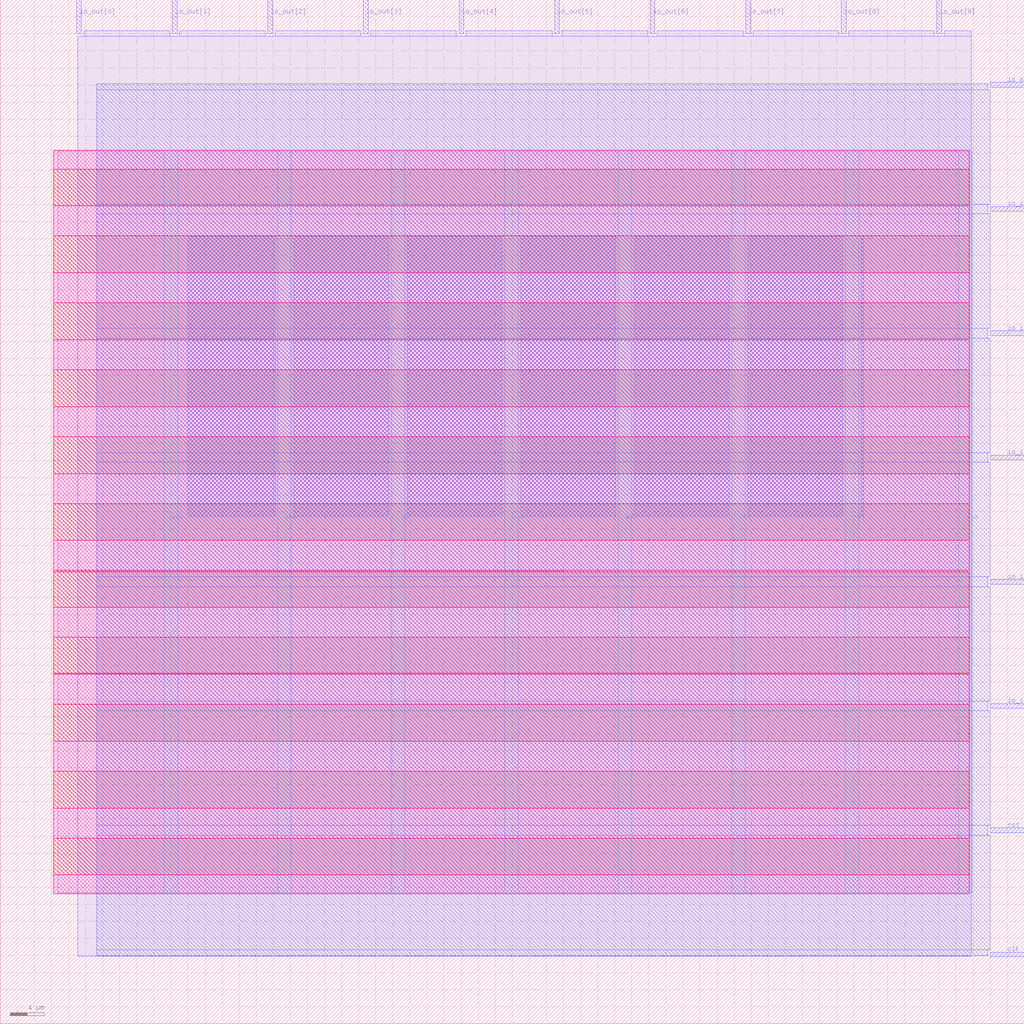
<source format=lef>
VERSION 5.7 ;
  NOWIREEXTENSIONATPIN ON ;
  DIVIDERCHAR "/" ;
  BUSBITCHARS "[]" ;
MACRO ue1
  CLASS BLOCK ;
  FOREIGN ue1 ;
  ORIGIN 0.000 0.000 ;
  SIZE 120.000 BY 120.000 ;
  PIN clk
    DIRECTION INPUT ;
    USE SIGNAL ;
    ANTENNAGATEAREA 4.039000 ;
    ANTENNADIFFAREA 1.641600 ;
    PORT
      LAYER Metal3 ;
        RECT 116.000 7.840 120.000 8.400 ;
    END
  END clk
  PIN io_in[0]
    DIRECTION INPUT ;
    USE SIGNAL ;
    ANTENNAGATEAREA 0.741000 ;
    ANTENNADIFFAREA 0.410400 ;
    PORT
      LAYER Metal3 ;
        RECT 116.000 36.960 120.000 37.520 ;
    END
  END io_in[0]
  PIN io_in[1]
    DIRECTION INPUT ;
    USE SIGNAL ;
    ANTENNAGATEAREA 0.741000 ;
    ANTENNADIFFAREA 0.410400 ;
    PORT
      LAYER Metal3 ;
        RECT 116.000 51.520 120.000 52.080 ;
    END
  END io_in[1]
  PIN io_in[2]
    DIRECTION INPUT ;
    USE SIGNAL ;
    ANTENNAGATEAREA 0.741000 ;
    ANTENNADIFFAREA 0.410400 ;
    PORT
      LAYER Metal3 ;
        RECT 116.000 66.080 120.000 66.640 ;
    END
  END io_in[2]
  PIN io_in[3]
    DIRECTION INPUT ;
    USE SIGNAL ;
    ANTENNAGATEAREA 0.741000 ;
    ANTENNADIFFAREA 0.410400 ;
    PORT
      LAYER Metal3 ;
        RECT 116.000 80.640 120.000 81.200 ;
    END
  END io_in[3]
  PIN io_in[4]
    DIRECTION INPUT ;
    USE SIGNAL ;
    ANTENNAGATEAREA 0.741000 ;
    ANTENNADIFFAREA 0.410400 ;
    PORT
      LAYER Metal3 ;
        RECT 116.000 95.200 120.000 95.760 ;
    END
  END io_in[4]
  PIN io_oeb
    DIRECTION OUTPUT TRISTATE ;
    USE SIGNAL ;
    ANTENNADIFFAREA 0.897600 ;
    PORT
      LAYER Metal3 ;
        RECT 116.000 109.760 120.000 110.320 ;
    END
  END io_oeb
  PIN io_out[0]
    DIRECTION OUTPUT TRISTATE ;
    USE SIGNAL ;
    ANTENNADIFFAREA 0.897600 ;
    PORT
      LAYER Metal2 ;
        RECT 8.960 116.000 9.520 120.000 ;
    END
  END io_out[0]
  PIN io_out[1]
    DIRECTION OUTPUT TRISTATE ;
    USE SIGNAL ;
    ANTENNADIFFAREA 0.897600 ;
    PORT
      LAYER Metal2 ;
        RECT 20.160 116.000 20.720 120.000 ;
    END
  END io_out[1]
  PIN io_out[2]
    DIRECTION OUTPUT TRISTATE ;
    USE SIGNAL ;
    ANTENNADIFFAREA 0.897600 ;
    PORT
      LAYER Metal2 ;
        RECT 31.360 116.000 31.920 120.000 ;
    END
  END io_out[2]
  PIN io_out[3]
    DIRECTION OUTPUT TRISTATE ;
    USE SIGNAL ;
    ANTENNADIFFAREA 0.897600 ;
    PORT
      LAYER Metal2 ;
        RECT 42.560 116.000 43.120 120.000 ;
    END
  END io_out[3]
  PIN io_out[4]
    DIRECTION OUTPUT TRISTATE ;
    USE SIGNAL ;
    ANTENNADIFFAREA 0.897600 ;
    PORT
      LAYER Metal2 ;
        RECT 53.760 116.000 54.320 120.000 ;
    END
  END io_out[4]
  PIN io_out[5]
    DIRECTION OUTPUT TRISTATE ;
    USE SIGNAL ;
    ANTENNADIFFAREA 0.897600 ;
    PORT
      LAYER Metal2 ;
        RECT 64.960 116.000 65.520 120.000 ;
    END
  END io_out[5]
  PIN io_out[6]
    DIRECTION OUTPUT TRISTATE ;
    USE SIGNAL ;
    ANTENNADIFFAREA 0.897600 ;
    PORT
      LAYER Metal2 ;
        RECT 76.160 116.000 76.720 120.000 ;
    END
  END io_out[6]
  PIN io_out[7]
    DIRECTION OUTPUT TRISTATE ;
    USE SIGNAL ;
    ANTENNADIFFAREA 0.897600 ;
    PORT
      LAYER Metal2 ;
        RECT 87.360 116.000 87.920 120.000 ;
    END
  END io_out[7]
  PIN io_out[8]
    DIRECTION OUTPUT TRISTATE ;
    USE SIGNAL ;
    ANTENNADIFFAREA 0.897600 ;
    PORT
      LAYER Metal2 ;
        RECT 98.560 116.000 99.120 120.000 ;
    END
  END io_out[8]
  PIN io_out[9]
    DIRECTION OUTPUT TRISTATE ;
    USE SIGNAL ;
    ANTENNADIFFAREA 0.897600 ;
    PORT
      LAYER Metal2 ;
        RECT 109.760 116.000 110.320 120.000 ;
    END
  END io_out[9]
  PIN rst_n
    DIRECTION INPUT ;
    USE SIGNAL ;
    ANTENNAGATEAREA 0.741000 ;
    ANTENNADIFFAREA 0.410400 ;
    PORT
      LAYER Metal3 ;
        RECT 116.000 22.400 120.000 22.960 ;
    END
  END rst_n
  PIN vdd
    DIRECTION INOUT ;
    USE POWER ;
    PORT
      LAYER Metal4 ;
        RECT 19.220 15.380 20.820 102.220 ;
    END
    PORT
      LAYER Metal4 ;
        RECT 45.820 15.380 47.420 102.220 ;
    END
    PORT
      LAYER Metal4 ;
        RECT 72.420 15.380 74.020 102.220 ;
    END
    PORT
      LAYER Metal4 ;
        RECT 99.020 15.380 100.620 102.220 ;
    END
  END vdd
  PIN vss
    DIRECTION INOUT ;
    USE GROUND ;
    PORT
      LAYER Metal4 ;
        RECT 32.520 15.380 34.120 102.220 ;
    END
    PORT
      LAYER Metal4 ;
        RECT 59.120 15.380 60.720 102.220 ;
    END
    PORT
      LAYER Metal4 ;
        RECT 85.720 15.380 87.320 102.220 ;
    END
    PORT
      LAYER Metal4 ;
        RECT 112.320 15.380 113.920 102.220 ;
    END
  END vss
  OBS
      LAYER Pwell ;
        RECT 6.290 100.160 113.550 102.350 ;
      LAYER Nwell ;
        RECT 6.290 95.840 113.550 100.160 ;
      LAYER Pwell ;
        RECT 6.290 92.320 113.550 95.840 ;
      LAYER Nwell ;
        RECT 6.290 88.000 113.550 92.320 ;
      LAYER Pwell ;
        RECT 6.290 84.480 113.550 88.000 ;
      LAYER Nwell ;
        RECT 6.290 80.160 113.550 84.480 ;
      LAYER Pwell ;
        RECT 6.290 76.640 113.550 80.160 ;
      LAYER Nwell ;
        RECT 6.290 72.320 113.550 76.640 ;
      LAYER Pwell ;
        RECT 6.290 68.800 113.550 72.320 ;
      LAYER Nwell ;
        RECT 6.290 64.480 113.550 68.800 ;
      LAYER Pwell ;
        RECT 6.290 60.960 113.550 64.480 ;
      LAYER Nwell ;
        RECT 6.290 56.640 113.550 60.960 ;
      LAYER Pwell ;
        RECT 6.290 53.120 113.550 56.640 ;
      LAYER Nwell ;
        RECT 6.290 52.995 66.035 53.120 ;
        RECT 6.290 48.800 113.550 52.995 ;
      LAYER Pwell ;
        RECT 6.290 45.280 113.550 48.800 ;
      LAYER Nwell ;
        RECT 6.290 41.085 113.550 45.280 ;
        RECT 6.290 40.960 30.160 41.085 ;
      LAYER Pwell ;
        RECT 6.290 37.440 113.550 40.960 ;
      LAYER Nwell ;
        RECT 6.290 33.120 113.550 37.440 ;
      LAYER Pwell ;
        RECT 6.290 29.600 113.550 33.120 ;
      LAYER Nwell ;
        RECT 6.290 25.280 113.550 29.600 ;
      LAYER Pwell ;
        RECT 6.290 21.760 113.550 25.280 ;
      LAYER Nwell ;
        RECT 6.290 17.440 113.550 21.760 ;
      LAYER Pwell ;
        RECT 6.290 15.250 113.550 17.440 ;
      LAYER Metal1 ;
        RECT 6.720 15.380 113.920 102.220 ;
      LAYER Metal2 ;
        RECT 9.820 115.700 19.860 116.340 ;
        RECT 21.020 115.700 31.060 116.340 ;
        RECT 32.220 115.700 42.260 116.340 ;
        RECT 43.420 115.700 53.460 116.340 ;
        RECT 54.620 115.700 64.660 116.340 ;
        RECT 65.820 115.700 75.860 116.340 ;
        RECT 77.020 115.700 87.060 116.340 ;
        RECT 88.220 115.700 98.260 116.340 ;
        RECT 99.420 115.700 109.460 116.340 ;
        RECT 110.620 115.700 113.780 116.340 ;
        RECT 9.100 7.930 113.780 115.700 ;
      LAYER Metal3 ;
        RECT 11.290 109.460 115.700 110.180 ;
        RECT 11.290 96.060 116.000 109.460 ;
        RECT 11.290 94.900 115.700 96.060 ;
        RECT 11.290 81.500 116.000 94.900 ;
        RECT 11.290 80.340 115.700 81.500 ;
        RECT 11.290 66.940 116.000 80.340 ;
        RECT 11.290 65.780 115.700 66.940 ;
        RECT 11.290 52.380 116.000 65.780 ;
        RECT 11.290 51.220 115.700 52.380 ;
        RECT 11.290 37.820 116.000 51.220 ;
        RECT 11.290 36.660 115.700 37.820 ;
        RECT 11.290 23.260 116.000 36.660 ;
        RECT 11.290 22.100 115.700 23.260 ;
        RECT 11.290 8.700 116.000 22.100 ;
        RECT 11.290 7.980 115.700 8.700 ;
      LAYER Metal4 ;
        RECT 21.980 59.450 32.220 92.310 ;
        RECT 34.420 59.450 45.520 92.310 ;
        RECT 47.720 59.450 58.820 92.310 ;
        RECT 61.020 59.450 72.120 92.310 ;
        RECT 74.320 59.450 85.420 92.310 ;
        RECT 87.620 59.450 98.720 92.310 ;
        RECT 100.920 59.450 101.220 92.310 ;
  END
END ue1
END LIBRARY


</source>
